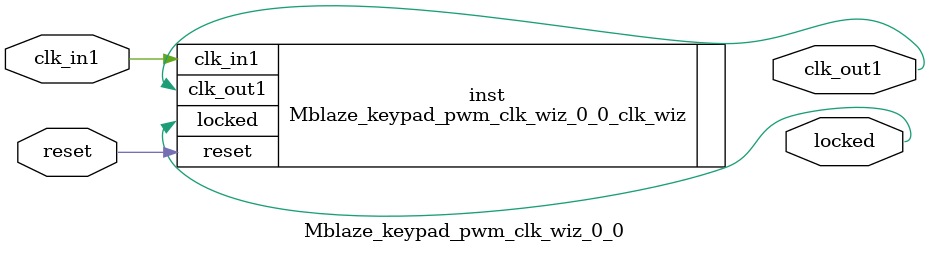
<source format=v>


`timescale 1ps/1ps

(* CORE_GENERATION_INFO = "Mblaze_keypad_pwm_clk_wiz_0_0,clk_wiz_v6_0_4_0_0,{component_name=Mblaze_keypad_pwm_clk_wiz_0_0,use_phase_alignment=true,use_min_o_jitter=false,use_max_i_jitter=false,use_dyn_phase_shift=false,use_inclk_switchover=false,use_dyn_reconfig=false,enable_axi=0,feedback_source=FDBK_AUTO,PRIMITIVE=MMCM,num_out_clk=1,clkin1_period=10.000,clkin2_period=10.000,use_power_down=false,use_reset=true,use_locked=true,use_inclk_stopped=false,feedback_type=SINGLE,CLOCK_MGR_TYPE=NA,manual_override=false}" *)

module Mblaze_keypad_pwm_clk_wiz_0_0 
 (
  // Clock out ports
  output        clk_out1,
  // Status and control signals
  input         reset,
  output        locked,
 // Clock in ports
  input         clk_in1
 );

  Mblaze_keypad_pwm_clk_wiz_0_0_clk_wiz inst
  (
  // Clock out ports  
  .clk_out1(clk_out1),
  // Status and control signals               
  .reset(reset), 
  .locked(locked),
 // Clock in ports
  .clk_in1(clk_in1)
  );

endmodule

</source>
